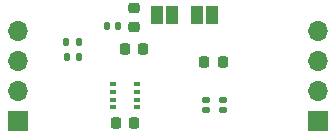
<source format=gbr>
%TF.GenerationSoftware,KiCad,Pcbnew,7.0.11-7.0.11~ubuntu22.04.1*%
%TF.CreationDate,2024-04-16T17:02:09+02:00*%
%TF.ProjectId,I2C_Module_SHT45_BME280_FUEL4EP,4932435f-4d6f-4647-956c-655f53485434,V1.3*%
%TF.SameCoordinates,Original*%
%TF.FileFunction,Soldermask,Top*%
%TF.FilePolarity,Negative*%
%FSLAX46Y46*%
G04 Gerber Fmt 4.6, Leading zero omitted, Abs format (unit mm)*
G04 Created by KiCad (PCBNEW 7.0.11-7.0.11~ubuntu22.04.1) date 2024-04-16 17:02:09*
%MOMM*%
%LPD*%
G01*
G04 APERTURE LIST*
G04 Aperture macros list*
%AMRoundRect*
0 Rectangle with rounded corners*
0 $1 Rounding radius*
0 $2 $3 $4 $5 $6 $7 $8 $9 X,Y pos of 4 corners*
0 Add a 4 corners polygon primitive as box body*
4,1,4,$2,$3,$4,$5,$6,$7,$8,$9,$2,$3,0*
0 Add four circle primitives for the rounded corners*
1,1,$1+$1,$2,$3*
1,1,$1+$1,$4,$5*
1,1,$1+$1,$6,$7*
1,1,$1+$1,$8,$9*
0 Add four rect primitives between the rounded corners*
20,1,$1+$1,$2,$3,$4,$5,0*
20,1,$1+$1,$4,$5,$6,$7,0*
20,1,$1+$1,$6,$7,$8,$9,0*
20,1,$1+$1,$8,$9,$2,$3,0*%
G04 Aperture macros list end*
%ADD10RoundRect,0.102000X-0.250000X-0.150000X0.250000X-0.150000X0.250000X0.150000X-0.250000X0.150000X0*%
%ADD11RoundRect,0.225000X0.250000X-0.225000X0.250000X0.225000X-0.250000X0.225000X-0.250000X-0.225000X0*%
%ADD12R,1.000000X1.500000*%
%ADD13RoundRect,0.147500X-0.147500X-0.172500X0.147500X-0.172500X0.147500X0.172500X-0.147500X0.172500X0*%
%ADD14R,0.500000X0.350000*%
%ADD15RoundRect,0.225000X0.225000X0.250000X-0.225000X0.250000X-0.225000X-0.250000X0.225000X-0.250000X0*%
%ADD16RoundRect,0.135000X0.135000X0.185000X-0.135000X0.185000X-0.135000X-0.185000X0.135000X-0.185000X0*%
%ADD17RoundRect,0.225000X-0.225000X-0.250000X0.225000X-0.250000X0.225000X0.250000X-0.225000X0.250000X0*%
%ADD18R,1.700000X1.700000*%
%ADD19O,1.700000X1.700000*%
G04 APERTURE END LIST*
D10*
%TO.C,U2*%
X18425000Y3725000D03*
X18425000Y2925000D03*
X19825000Y2925000D03*
X19825000Y3725000D03*
%TD*%
D11*
%TO.C,C1*%
X12300000Y9975000D03*
X12300000Y11525000D03*
%TD*%
D12*
%TO.C,JP2*%
X17648400Y10972800D03*
X18948400Y10972800D03*
%TD*%
D13*
%TO.C,FB1*%
X10015000Y10000000D03*
X10985000Y10000000D03*
%TD*%
D14*
%TO.C,U1*%
X10525000Y3125000D03*
X10525000Y3775000D03*
X10525000Y4425000D03*
X10525000Y5075000D03*
X12575000Y5075000D03*
X12575000Y4425000D03*
X12575000Y3775000D03*
X12575000Y3125000D03*
%TD*%
D12*
%TO.C,JP1*%
X14260000Y10985000D03*
X15560000Y10985000D03*
%TD*%
D15*
%TO.C,C3*%
X13075000Y8100000D03*
X11525000Y8100000D03*
%TD*%
D16*
%TO.C,R1*%
X7622000Y8636000D03*
X6602000Y8636000D03*
%TD*%
D17*
%TO.C,C4*%
X10775000Y1800000D03*
X12325000Y1800000D03*
%TD*%
D16*
%TO.C,R2*%
X7642000Y7421000D03*
X6622000Y7421000D03*
%TD*%
D17*
%TO.C,C2*%
X18275000Y7000000D03*
X19825000Y7000000D03*
%TD*%
D18*
%TO.C,J1*%
X2500000Y2000000D03*
D19*
X2500000Y4540000D03*
X2500000Y7080000D03*
X2500000Y9620000D03*
%TD*%
D18*
%TO.C,J2*%
X27900000Y2000000D03*
D19*
X27900000Y4540000D03*
X27900000Y7080000D03*
X27900000Y9620000D03*
%TD*%
M02*

</source>
